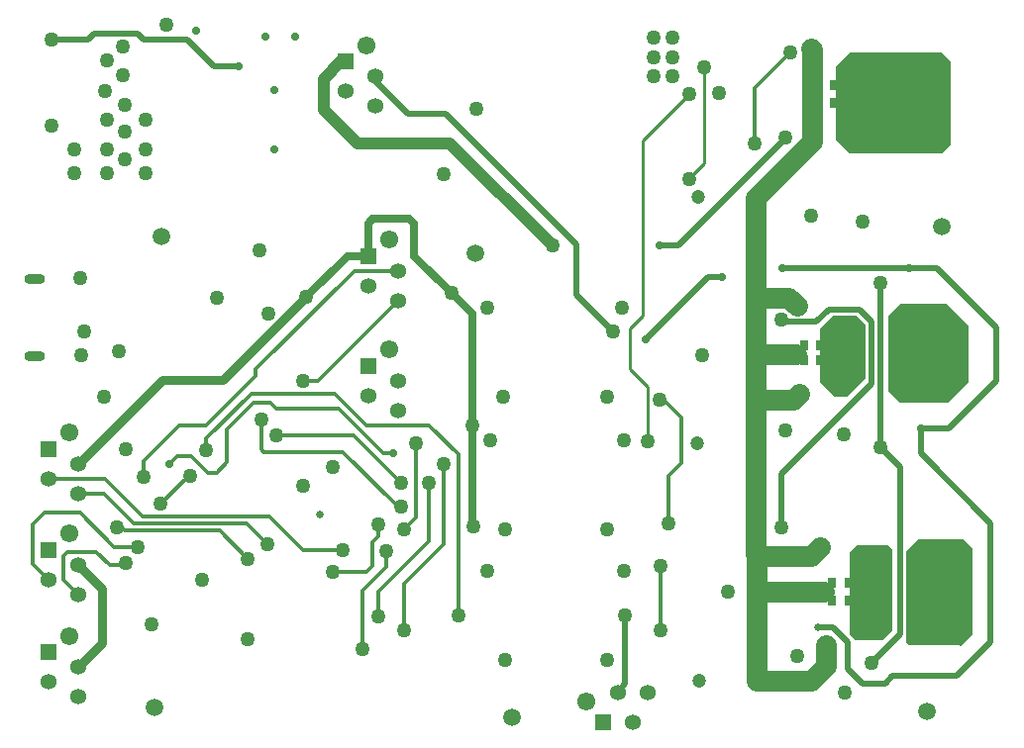
<source format=gbl>
G04*
G04 #@! TF.GenerationSoftware,Altium Limited,Altium Designer,21.9.1 (22)*
G04*
G04 Layer_Physical_Order=4*
G04 Layer_Color=16711680*
%FSLAX42Y42*%
%MOMM*%
G71*
G04*
G04 #@! TF.SameCoordinates,B3A7D64E-7091-44AA-A069-5FD8CBDAA8E7*
G04*
G04*
G04 #@! TF.FilePolarity,Positive*
G04*
G01*
G75*
%ADD16C,0.25*%
%ADD29R,0.80X0.90*%
%ADD67C,0.51*%
%ADD68C,0.38*%
%ADD69C,0.50*%
%ADD70C,1.78*%
%ADD71C,0.76*%
%ADD74O,1.80X0.90*%
%ADD75C,1.52*%
%ADD76R,1.36X1.36*%
%ADD77C,1.36*%
%ADD78C,1.55*%
%ADD79C,1.20*%
%ADD80R,1.20X1.20*%
%ADD81R,1.36X1.36*%
%ADD82C,1.27*%
%ADD84C,0.71*%
%ADD85C,0.64*%
%ADD86C,0.70*%
%ADD87C,1.00*%
G36*
X10020Y4585D02*
Y3899D01*
X9931Y3810D01*
X9703D01*
X9652Y3861D01*
Y4559D01*
X9715Y4623D01*
X9982D01*
X10020Y4585D01*
D02*
G37*
G36*
X10706Y4597D02*
Y3861D01*
X10604Y3759D01*
X10592Y3772D01*
X10160D01*
X10135Y3797D01*
Y3856D01*
X10136Y3861D01*
Y4573D01*
X10236Y4674D01*
X10630D01*
X10706Y4597D01*
D02*
G37*
G36*
X9791Y6516D02*
Y6057D01*
X9627Y5893D01*
X9525D01*
X9398Y6020D01*
Y6477D01*
X9511Y6590D01*
X9716D01*
X9791Y6516D01*
D02*
G37*
G36*
X10668Y6502D02*
Y6020D01*
X10490Y5842D01*
X10084D01*
X9982Y5944D01*
Y6591D01*
X10084Y6693D01*
X10478D01*
X10668Y6502D01*
D02*
G37*
G36*
X10516Y8763D02*
Y8052D01*
X10439Y7976D01*
X9652D01*
X9538Y8090D01*
Y8725D01*
X9652Y8839D01*
X10439D01*
X10516Y8763D01*
D02*
G37*
D16*
X7887Y8090D02*
X8280Y8484D01*
X7887Y6591D02*
Y8090D01*
X7772Y6134D02*
Y6477D01*
X7887Y6591D01*
X7772Y6134D02*
X7925Y5982D01*
Y5512D02*
Y5982D01*
X8280Y7760D02*
Y7764D01*
X8407Y7891D01*
Y8712D01*
D29*
X9646Y4305D02*
D03*
X9506D02*
D03*
X9404Y6337D02*
D03*
X9264D02*
D03*
X9519Y8560D02*
D03*
X9379D02*
D03*
X9646Y4153D02*
D03*
X9506D02*
D03*
X9404Y6210D02*
D03*
X9264D02*
D03*
X9519Y8407D02*
D03*
X9379D02*
D03*
D67*
X3145Y8954D02*
X3196Y9004D01*
X3567D02*
X3617Y8954D01*
X2832D02*
X3145D01*
X3196Y9004D02*
X3567D01*
X3617Y8954D02*
X3988D01*
X4216Y8725D01*
X8026Y7188D02*
X8190D01*
X9106Y8104D01*
X7912Y6388D02*
X8446Y6921D01*
X4216Y8725D02*
X4432D01*
X9510Y3927D02*
X9639Y3797D01*
X9388Y3927D02*
X9510D01*
X9385Y3924D02*
X9388Y3927D01*
X9639Y3569D02*
Y3797D01*
Y3569D02*
X9766Y3442D01*
X9957D01*
X10020Y3505D01*
X10566D01*
X10858Y3797D02*
Y4813D01*
X10566Y3505D02*
X10858Y3797D01*
X10262Y5410D02*
X10858Y4813D01*
X10262Y5410D02*
Y5626D01*
X10084Y3861D02*
Y5296D01*
X9919Y5461D02*
X10084Y5296D01*
X9843Y3619D02*
X10084Y3861D01*
X9919Y5461D02*
Y6871D01*
X10262Y5626D02*
X10503D01*
X10909Y6033D01*
Y6490D01*
X10401Y6998D02*
X10909Y6490D01*
X10160Y6998D02*
X10401D01*
X9081D02*
X10160D01*
X8446Y6921D02*
X8560D01*
X9106Y8104D02*
Y8115D01*
X9068Y5232D02*
X9843Y6007D01*
X9068Y4775D02*
Y5232D01*
X9843Y6007D02*
Y6540D01*
X9741Y6642D02*
X9843Y6540D01*
X9474Y6642D02*
X9741D01*
X9082Y6538D02*
X9370D01*
X9068Y6553D02*
X9082Y6538D01*
X9370D02*
X9474Y6642D01*
X9144Y8839D02*
Y8860D01*
X7671Y3365D02*
Y3374D01*
X7734Y3438D01*
Y4026D01*
D68*
X4645Y5423D02*
X5321D01*
X4623Y5445D02*
X4645Y5423D01*
X4623Y5445D02*
Y5702D01*
X4242Y5245D02*
X4331Y5334D01*
X4166Y5245D02*
X4242D01*
X4331Y5334D02*
Y5613D01*
X3835Y5321D02*
X3840D01*
X3903Y5385D01*
X4026D01*
X4166Y5245D01*
X4153Y5436D02*
Y5537D01*
X4540Y5925D01*
X3766Y4978D02*
X4007Y5220D01*
X4013D01*
X4331Y5613D02*
X4559Y5842D01*
X4699D01*
X4750Y5791D01*
Y5563D02*
X5410D01*
X5817Y5156D01*
X4540Y5925D02*
X5251D01*
X5283Y5791D02*
X5664Y5410D01*
X4750Y5791D02*
X5283D01*
X5664Y5410D02*
X5753D01*
X3759Y4978D02*
X3766D01*
X3923Y5651D02*
X4152D01*
X3619Y5347D02*
X3923Y5651D01*
X3619Y5207D02*
Y5347D01*
X4152Y5651D02*
X4579Y6077D01*
Y6132D01*
X5419Y6972D01*
X4693Y4870D02*
X4978Y4585D01*
X3277Y5067D02*
X3532Y4812D01*
X3449Y4758D02*
X3458Y4750D01*
X3408Y4758D02*
X3449D01*
X3365Y4610D02*
X3569D01*
X3613Y4870D02*
X4693D01*
X3458Y4750D02*
X4267D01*
X3532Y4812D02*
X4497D01*
X2807Y5194D02*
X3289D01*
X3613Y4870D01*
X4497Y4812D02*
X4674Y4635D01*
X4267Y4750D02*
X4508Y4508D01*
X5419Y6972D02*
X5791D01*
X3391Y4775D02*
X3408Y4758D01*
X5523Y5653D02*
X6059D01*
X5251Y5925D02*
X5523Y5653D01*
X6312Y4026D02*
Y5401D01*
X4978Y4585D02*
X5321D01*
X5232Y4394D02*
X5524D01*
X5575Y4445D01*
Y4648D01*
X5626Y4699D01*
X6058Y4661D02*
Y5156D01*
X5626Y4229D02*
X6058Y4661D01*
X5626Y4013D02*
Y4229D01*
X8839Y8064D02*
Y8534D01*
X9144Y8839D01*
X8039Y3899D02*
Y4445D01*
X5626Y4699D02*
Y4801D01*
X5690Y4439D02*
Y4572D01*
X5486Y4236D02*
X5690Y4439D01*
X5105Y6033D02*
X5791Y6718D01*
X4978Y6033D02*
X5105D01*
X5758Y4988D02*
X5793Y4953D01*
X5321Y5423D02*
X5757Y4988D01*
X5793Y4953D02*
X5817D01*
X5757Y4988D02*
X5758D01*
X8026Y5867D02*
X8064D01*
X8217Y5715D01*
Y5333D02*
Y5715D01*
X8103Y5219D02*
X8217Y5333D01*
X8103Y4813D02*
Y5219D01*
X5944Y4864D02*
Y5499D01*
X5842Y4762D02*
X5944Y4864D01*
X5486Y3734D02*
Y4236D01*
X3061Y5067D02*
X3277D01*
X5842Y3899D02*
Y4293D01*
X6185Y4635D01*
X3327Y4458D02*
X3454D01*
X3467Y4470D01*
X3215Y4570D02*
X3327Y4458D01*
X2966Y4570D02*
X3215D01*
X2934Y4537D02*
X2966Y4570D01*
X2934Y4328D02*
Y4537D01*
Y4328D02*
X3058Y4203D01*
X2667Y4468D02*
Y4801D01*
Y4468D02*
X2805Y4330D01*
X2667Y4801D02*
X2769Y4902D01*
X3073D01*
X3365Y4610D01*
X6059Y5653D02*
X6312Y5401D01*
X6185Y4635D02*
Y5321D01*
D69*
X7315Y6769D02*
X7633Y6452D01*
X7315Y6769D02*
Y7201D01*
X6198Y8318D02*
X7315Y7201D01*
X5878Y8318D02*
X6198D01*
X5560Y8636D02*
X5878Y8318D01*
D70*
X9449Y3594D02*
Y3772D01*
X8861Y7607D02*
X9335Y8081D01*
Y8115D02*
Y8865D01*
Y8081D02*
Y8115D01*
X8852Y7599D02*
X8861Y7607D01*
Y3467D02*
Y4229D01*
Y4534D01*
Y4229D02*
X9436D01*
X8852Y6261D02*
X9195D01*
X9131Y6744D02*
X9202Y6673D01*
X8852Y6261D02*
Y6744D01*
Y5867D02*
Y6261D01*
X9169Y5867D02*
X9220Y5918D01*
X8852Y5867D02*
X9169D01*
X8848Y4547D02*
Y5499D01*
Y4547D02*
X8861Y4534D01*
X8852Y5503D02*
Y5867D01*
X8848Y5499D02*
X8852Y5503D01*
Y6744D02*
Y7599D01*
X9322Y8877D02*
X9335Y8865D01*
X9322Y4534D02*
X9398Y4610D01*
X8861Y4534D02*
X9322D01*
Y3467D02*
X9449Y3594D01*
X8865Y3467D02*
X9322D01*
X8852Y6744D02*
X9131D01*
D71*
X3776Y6037D02*
X4296D01*
X5010Y6750D01*
X3061Y5321D02*
X3776Y6037D01*
X3058Y4457D02*
X3264Y4252D01*
Y3785D02*
Y4252D01*
X3061Y3581D02*
X3264Y3785D01*
D74*
X2689Y6906D02*
D03*
Y6246D02*
D03*
D75*
X6452Y7125D02*
D03*
X10312Y3200D02*
D03*
X10439Y7353D02*
D03*
X6769Y3150D02*
D03*
X3772Y7264D02*
D03*
X3708Y3238D02*
D03*
D76*
X5347Y8763D02*
D03*
X5537Y6160D02*
D03*
Y7099D02*
D03*
X2807Y5448D02*
D03*
Y3708D02*
D03*
X2805Y4584D02*
D03*
D77*
X5601Y8636D02*
D03*
X5347Y8509D02*
D03*
X5601Y8382D02*
D03*
X5791Y6033D02*
D03*
X5537Y5906D02*
D03*
X5791Y5778D02*
D03*
Y6718D02*
D03*
X5537Y6845D02*
D03*
X5791Y6972D02*
D03*
X7671Y3365D02*
D03*
X7798Y3111D02*
D03*
X7925Y3365D02*
D03*
X3061Y5321D02*
D03*
X2807Y5194D02*
D03*
X3061Y5067D02*
D03*
Y3327D02*
D03*
X2807Y3454D02*
D03*
X3061Y3581D02*
D03*
X3058Y4203D02*
D03*
X2805Y4330D02*
D03*
X3058Y4457D02*
D03*
D78*
X5527Y8903D02*
D03*
X5717Y6299D02*
D03*
Y7239D02*
D03*
X7404Y3292D02*
D03*
X2987Y5588D02*
D03*
Y3848D02*
D03*
X2984Y4724D02*
D03*
D79*
X8361Y7607D02*
D03*
X8365Y3467D02*
D03*
X8348Y5499D02*
D03*
D80*
X8861Y7607D02*
D03*
X8865Y3467D02*
D03*
X8848Y5499D02*
D03*
D81*
X7544Y3111D02*
D03*
D82*
X9855Y8192D02*
D03*
X3632Y8268D02*
D03*
X3302Y7811D02*
D03*
X3442Y8890D02*
D03*
X3454Y8395D02*
D03*
X3289Y8509D02*
D03*
X3442Y8649D02*
D03*
X3302Y8776D02*
D03*
X6439Y4788D02*
D03*
X6426Y5651D02*
D03*
X6248Y6782D02*
D03*
X6553Y6655D02*
D03*
X6579Y5524D02*
D03*
X7112Y7188D02*
D03*
X6185Y7798D02*
D03*
X3810Y9081D02*
D03*
X9449Y3772D02*
D03*
X9614Y3365D02*
D03*
X9919Y5461D02*
D03*
X9601Y5575D02*
D03*
X9919Y6871D02*
D03*
X9202Y6673D02*
D03*
X10058Y6121D02*
D03*
Y6490D02*
D03*
X9106Y8115D02*
D03*
X4153Y5436D02*
D03*
X4013Y5220D02*
D03*
X4623Y5702D02*
D03*
X4750Y5563D02*
D03*
X3759Y4978D02*
D03*
X3619Y5207D02*
D03*
X3569Y4610D02*
D03*
X3391Y4775D02*
D03*
X9766Y7398D02*
D03*
X6464Y8357D02*
D03*
X3454Y8166D02*
D03*
X2832Y8217D02*
D03*
Y8954D02*
D03*
X3023Y8014D02*
D03*
X3632Y7811D02*
D03*
X3302Y8014D02*
D03*
X3454Y7925D02*
D03*
X3023Y7811D02*
D03*
X3302Y8268D02*
D03*
X3632Y8014D02*
D03*
X4508Y3823D02*
D03*
X6312Y4026D02*
D03*
X7633Y6452D02*
D03*
X7709Y6655D02*
D03*
X9728Y4496D02*
D03*
X9741Y3962D02*
D03*
X9589Y6274D02*
D03*
X5321Y4585D02*
D03*
X10211Y4496D02*
D03*
Y4318D02*
D03*
Y4140D02*
D03*
Y3962D02*
D03*
X9931Y4496D02*
D03*
Y4140D02*
D03*
Y4318D02*
D03*
Y3962D02*
D03*
X9436Y4229D02*
D03*
X9563Y6477D02*
D03*
X9195Y6261D02*
D03*
X9220Y5918D02*
D03*
X9335Y8115D02*
D03*
X9322Y8484D02*
D03*
Y8877D02*
D03*
X9106Y5612D02*
D03*
X9843Y3619D02*
D03*
X8839Y8064D02*
D03*
X9207Y3682D02*
D03*
X9398Y4610D02*
D03*
X9322Y7442D02*
D03*
X9144Y8839D02*
D03*
X7925Y5512D02*
D03*
X8280Y8484D02*
D03*
X7734Y4026D02*
D03*
X8280Y7760D02*
D03*
X8407Y8712D02*
D03*
X8395Y6248D02*
D03*
X9703Y6121D02*
D03*
X10262D02*
D03*
X10147Y6299D02*
D03*
X10262Y6490D02*
D03*
X9715Y6401D02*
D03*
X9068Y6553D02*
D03*
X10300Y8192D02*
D03*
X10084D02*
D03*
X10300Y8382D02*
D03*
X9855D02*
D03*
X10084D02*
D03*
X8534Y8496D02*
D03*
X9855Y8598D02*
D03*
X10084D02*
D03*
X10300D02*
D03*
X8611Y4229D02*
D03*
X8039Y4445D02*
D03*
X9068Y4775D02*
D03*
X4242Y6744D02*
D03*
X5690Y4572D02*
D03*
X4115Y4331D02*
D03*
X5232Y5296D02*
D03*
X4978Y5131D02*
D03*
X7722Y4407D02*
D03*
X3277Y5893D02*
D03*
X7722Y5524D02*
D03*
X6706Y4762D02*
D03*
X7582D02*
D03*
X6553Y4407D02*
D03*
X6706Y3645D02*
D03*
X7582D02*
D03*
Y5893D02*
D03*
X6693D02*
D03*
X4685Y6605D02*
D03*
X3467Y5448D02*
D03*
X3404Y6287D02*
D03*
X3073Y6909D02*
D03*
X3086Y6248D02*
D03*
X3111Y6452D02*
D03*
X4610Y7150D02*
D03*
X3685Y3950D02*
D03*
X4978Y6033D02*
D03*
X8026Y5867D02*
D03*
X8103Y4813D02*
D03*
X5944Y5499D02*
D03*
X5842Y4762D02*
D03*
X5626Y4801D02*
D03*
X5232Y4394D02*
D03*
X4674Y4635D02*
D03*
X5817Y4953D02*
D03*
Y5156D02*
D03*
X4508Y4508D02*
D03*
X5486Y3734D02*
D03*
X5842Y3899D02*
D03*
X5626Y4013D02*
D03*
X3467Y4470D02*
D03*
X8039Y3899D02*
D03*
X7976Y8801D02*
D03*
X8141Y8636D02*
D03*
X7976Y8966D02*
D03*
X8141D02*
D03*
X7976Y8636D02*
D03*
X8141Y8801D02*
D03*
X5010Y6750D02*
D03*
X6185Y5321D02*
D03*
X6058Y5156D02*
D03*
D84*
X8026Y7188D02*
D03*
X7912Y6388D02*
D03*
X4915Y8979D02*
D03*
X4661D02*
D03*
X4432Y8725D02*
D03*
X4737Y8014D02*
D03*
Y8522D02*
D03*
X10262Y5626D02*
D03*
X10160Y6998D02*
D03*
X9081D02*
D03*
X8560Y6921D02*
D03*
X3835Y5321D02*
D03*
X5753Y5410D02*
D03*
X4064Y9030D02*
D03*
X10312Y6299D02*
D03*
D85*
X9385Y3924D02*
D03*
X5127Y4886D02*
D03*
D86*
X5537Y7099D02*
Y7376D01*
X5578Y7417D01*
X5890D01*
X5931Y7376D01*
Y7099D02*
Y7376D01*
X5359Y7099D02*
X5537D01*
X5931D02*
X6248Y6782D01*
X6433Y4794D02*
X6439Y4788D01*
X6433Y4794D02*
Y5645D01*
X6426Y5651D02*
X6433Y5645D01*
X6426Y5651D02*
Y6604D01*
X6248Y6782D02*
X6426Y6604D01*
X5010Y6750D02*
X5359Y7099D01*
D87*
X6236Y8064D02*
X7112Y7188D01*
X5156Y8354D02*
X5445Y8064D01*
X6236D01*
X5156Y8612D02*
X5306Y8763D01*
X5156Y8354D02*
Y8612D01*
M02*

</source>
